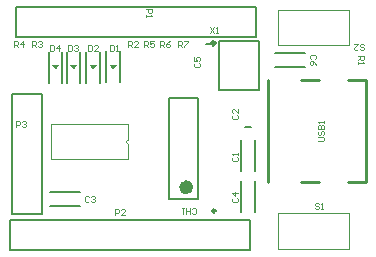
<source format=gto>
%FSLAX25Y25*%
%MOIN*%
G70*
G01*
G75*
G04 Layer_Color=65535*
%ADD10O,0.01575X0.05906*%
%ADD11R,0.01575X0.05906*%
%ADD12R,0.03937X0.04331*%
%ADD13R,0.03000X0.03000*%
%ADD14R,0.02756X0.03543*%
%ADD15R,0.07480X0.02362*%
%ADD16R,0.04528X0.01181*%
%ADD17R,0.04528X0.02362*%
%ADD18R,0.04724X0.03937*%
%ADD19R,0.04528X0.05512*%
%ADD20R,0.03000X0.03000*%
%ADD21R,0.04331X0.03937*%
%ADD22C,0.00600*%
%ADD23C,0.01000*%
%ADD24O,0.08263X0.03937*%
%ADD25O,0.07082X0.03937*%
%ADD26C,0.02559*%
%ADD27C,0.05906*%
%ADD28R,0.05906X0.05906*%
%ADD29R,0.05906X0.05906*%
%ADD30C,0.02000*%
%ADD31C,0.00394*%
%ADD32C,0.02362*%
%ADD33C,0.00984*%
%ADD34C,0.01181*%
%ADD35C,0.00787*%
%ADD36C,0.00197*%
%ADD37C,0.00800*%
%ADD38C,0.00100*%
%ADD39C,0.00300*%
G36*
X488343Y236050D02*
X487162Y237624D01*
X489524D01*
X488343Y236050D01*
D02*
G37*
G36*
X482343D02*
X481162Y237624D01*
X483524D01*
X482343Y236050D01*
D02*
G37*
G36*
X501543Y236250D02*
X500362Y237824D01*
X502724D01*
X501543Y236250D01*
D02*
G37*
G36*
X494943Y236050D02*
X493762Y237624D01*
X496124D01*
X494943Y236050D01*
D02*
G37*
D22*
X499232Y233809D02*
Y242287D01*
X503839Y233809D02*
Y242287D01*
X499232Y232051D02*
X499232Y233809D01*
X503839Y232051D02*
Y233809D01*
X492632Y233609D02*
Y242087D01*
X497239Y233609D02*
Y242087D01*
X492632Y231851D02*
X492632Y233609D01*
X497239Y231851D02*
Y233609D01*
X486032D02*
Y242087D01*
X490639Y233609D02*
Y242087D01*
X486032Y231851D02*
X486032Y233609D01*
X490639Y231851D02*
Y233609D01*
X480032D02*
Y242087D01*
X484639Y233609D02*
Y242087D01*
X480032Y231851D02*
X480032Y233609D01*
X484639Y231851D02*
Y233609D01*
X548903Y202381D02*
X548903Y210860D01*
X544297Y210860D02*
X544297Y202381D01*
X548903Y210860D02*
X548903Y212618D01*
X544297Y210860D02*
X544297Y212618D01*
X482140Y195503D02*
X490619Y195503D01*
X482140Y190897D02*
X490619Y190897D01*
X480382Y195503D02*
X482140Y195503D01*
X480382Y190897D02*
X482140Y190897D01*
X544297Y190540D02*
X544297Y199019D01*
X548903Y199019D02*
X548903Y190540D01*
X544297Y188782D02*
X544297Y190540D01*
X548903Y188782D02*
X548903Y190540D01*
X557140Y241703D02*
X565619Y241703D01*
X557140Y237097D02*
X565619Y237097D01*
X555382Y241703D02*
X557140Y241703D01*
X555382Y237097D02*
X557140Y237097D01*
D23*
X553300Y198600D02*
Y232600D01*
X564300Y198600D02*
X570300D01*
X579800Y232600D02*
X585800D01*
Y198600D02*
Y232600D01*
X579800Y198600D02*
X585800D01*
X564300Y232600D02*
X570300D01*
D31*
X506480Y212826D02*
G03*
X506480Y211546I0J-640D01*
G01*
X480889Y217953D02*
X506480D01*
X480889Y206418D02*
Y217953D01*
Y206418D02*
X506480D01*
X506480Y211546D01*
X506480Y212826D02*
X506480Y217953D01*
D32*
X527067Y197008D02*
G03*
X527067Y197008I-1181J0D01*
G01*
D33*
X535630Y189154D02*
G03*
X535630Y189154I-492J0D01*
G01*
D34*
X535529Y245080D02*
G03*
X535529Y245080I-591J0D01*
G01*
D35*
X545616Y217088D02*
X547584D01*
X532416Y244912D02*
X534384D01*
X520177Y226929D02*
X529823D01*
X520177Y193071D02*
X529823D01*
X520177D02*
Y226929D01*
X529823Y193071D02*
Y226929D01*
X469000Y257000D02*
X549000D01*
X469000Y247000D02*
Y257000D01*
Y247000D02*
X549000D01*
Y257000D01*
X467800Y228200D02*
X477800D01*
Y188200D02*
Y228200D01*
X467800Y188200D02*
Y228200D01*
Y188200D02*
X477800D01*
X467200Y186200D02*
X547200D01*
X467200Y176200D02*
Y186200D01*
Y176200D02*
X547200D01*
Y186200D01*
D36*
X556389Y188305D02*
X556389Y176495D01*
X556389Y188305D02*
X580011D01*
X580011Y176495D01*
X556389Y176495D02*
X580011Y176495D01*
X556389Y256105D02*
X580011Y256105D01*
X556389Y256105D02*
X556389Y244295D01*
X580011D01*
X580011Y256105D02*
X580011Y244295D01*
D37*
X536907Y229332D02*
Y245868D01*
X550293D01*
X536907Y229332D02*
X550293D01*
Y245868D01*
D38*
X541334Y220933D02*
X541001Y220600D01*
Y219933D01*
X541334Y219600D01*
X542667D01*
X543000Y219933D01*
Y220600D01*
X542667Y220933D01*
X543000Y222932D02*
Y221599D01*
X541667Y222932D01*
X541334D01*
X541001Y222599D01*
Y221933D01*
X541334Y221599D01*
X528734Y238333D02*
X528401Y238000D01*
Y237333D01*
X528734Y237000D01*
X530067D01*
X530400Y237333D01*
Y238000D01*
X530067Y238333D01*
X528401Y240332D02*
Y238999D01*
X529400D01*
X529067Y239666D01*
Y239999D01*
X529400Y240332D01*
X530067D01*
X530400Y239999D01*
Y239333D01*
X530067Y238999D01*
X541334Y207133D02*
X541001Y206800D01*
Y206133D01*
X541334Y205800D01*
X542667D01*
X543000Y206133D01*
Y206800D01*
X542667Y207133D01*
X543000Y207799D02*
Y208466D01*
Y208133D01*
X541001D01*
X541334Y207799D01*
X568666Y239867D02*
X568999Y240200D01*
Y240867D01*
X568666Y241200D01*
X567333D01*
X567000Y240867D01*
Y240200D01*
X567333Y239867D01*
X568999Y237868D02*
X568666Y238534D01*
X568000Y239201D01*
X567333D01*
X567000Y238867D01*
Y238201D01*
X567333Y237868D01*
X567666D01*
X568000Y238201D01*
Y239201D01*
X541334Y193333D02*
X541001Y193000D01*
Y192333D01*
X541334Y192000D01*
X542667D01*
X543000Y192333D01*
Y193000D01*
X542667Y193333D01*
X543000Y194999D02*
X541001D01*
X542000Y193999D01*
Y195332D01*
X493333Y193666D02*
X493000Y193999D01*
X492333D01*
X492000Y193666D01*
Y192333D01*
X492333Y192000D01*
X493000D01*
X493333Y192333D01*
X493999Y193666D02*
X494333Y193999D01*
X494999D01*
X495332Y193666D01*
Y193333D01*
X494999Y193000D01*
X494666D01*
X494999D01*
X495332Y192666D01*
Y192333D01*
X494999Y192000D01*
X494333D01*
X493999Y192333D01*
X527867Y188534D02*
X528200Y188201D01*
X528867D01*
X529200Y188534D01*
Y189867D01*
X528867Y190200D01*
X528200D01*
X527867Y189867D01*
X527201Y188201D02*
Y190200D01*
Y189200D01*
X525868D01*
Y188201D01*
Y190200D01*
X525201D02*
X524535D01*
X524868D01*
Y188201D01*
X525201Y188534D01*
X500400Y244399D02*
Y242400D01*
X501400D01*
X501733Y242733D01*
Y244066D01*
X501400Y244399D01*
X500400D01*
X502399Y242400D02*
X503066D01*
X502733D01*
Y244399D01*
X502399Y244066D01*
X493200Y244399D02*
Y242400D01*
X494200D01*
X494533Y242733D01*
Y244066D01*
X494200Y244399D01*
X493200D01*
X496532Y242400D02*
X495199D01*
X496532Y243733D01*
Y244066D01*
X496199Y244399D01*
X495533D01*
X495199Y244066D01*
X486600Y244399D02*
Y242400D01*
X487600D01*
X487933Y242733D01*
Y244066D01*
X487600Y244399D01*
X486600D01*
X488599Y244066D02*
X488933Y244399D01*
X489599D01*
X489932Y244066D01*
Y243733D01*
X489599Y243400D01*
X489266D01*
X489599D01*
X489932Y243066D01*
Y242733D01*
X489599Y242400D01*
X488933D01*
X488599Y242733D01*
X480600Y244399D02*
Y242400D01*
X481600D01*
X481933Y242733D01*
Y244066D01*
X481600Y244399D01*
X480600D01*
X483599Y242400D02*
Y244399D01*
X482599Y243400D01*
X483932D01*
X512350Y256350D02*
X514349D01*
Y255350D01*
X514016Y255017D01*
X513350D01*
X513016Y255350D01*
Y256350D01*
X512350Y254351D02*
Y253684D01*
Y254017D01*
X514349D01*
X514016Y254351D01*
X474600Y243600D02*
Y245599D01*
X475600D01*
X475933Y245266D01*
Y244600D01*
X475600Y244266D01*
X474600D01*
X475266D02*
X475933Y243600D01*
X476599Y245266D02*
X476933Y245599D01*
X477599D01*
X477932Y245266D01*
Y244933D01*
X477599Y244600D01*
X477266D01*
X477599D01*
X477932Y244266D01*
Y243933D01*
X477599Y243600D01*
X476933D01*
X476599Y243933D01*
X506400Y243600D02*
Y245599D01*
X507400D01*
X507733Y245266D01*
Y244600D01*
X507400Y244266D01*
X506400D01*
X507066D02*
X507733Y243600D01*
X509732D02*
X508399D01*
X509732Y244933D01*
Y245266D01*
X509399Y245599D01*
X508733D01*
X508399Y245266D01*
X511800Y243600D02*
Y245599D01*
X512800D01*
X513133Y245266D01*
Y244600D01*
X512800Y244266D01*
X511800D01*
X512466D02*
X513133Y243600D01*
X515132Y245599D02*
X513799D01*
Y244600D01*
X514466Y244933D01*
X514799D01*
X515132Y244600D01*
Y243933D01*
X514799Y243600D01*
X514133D01*
X513799Y243933D01*
X517200Y243600D02*
Y245599D01*
X518200D01*
X518533Y245266D01*
Y244600D01*
X518200Y244266D01*
X517200D01*
X517866D02*
X518533Y243600D01*
X520532Y245599D02*
X519866Y245266D01*
X519199Y244600D01*
Y243933D01*
X519533Y243600D01*
X520199D01*
X520532Y243933D01*
Y244266D01*
X520199Y244600D01*
X519199D01*
X523200Y243600D02*
Y245599D01*
X524200D01*
X524533Y245266D01*
Y244600D01*
X524200Y244266D01*
X523200D01*
X523866D02*
X524533Y243600D01*
X525199Y245599D02*
X526532D01*
Y245266D01*
X525199Y243933D01*
Y243600D01*
X569801Y212400D02*
X571467D01*
X571800Y212733D01*
Y213400D01*
X571467Y213733D01*
X569801D01*
X570134Y215732D02*
X569801Y215399D01*
Y214733D01*
X570134Y214399D01*
X570467D01*
X570800Y214733D01*
Y215399D01*
X571134Y215732D01*
X571467D01*
X571800Y215399D01*
Y214733D01*
X571467Y214399D01*
X569801Y216399D02*
X571800D01*
Y217398D01*
X571467Y217732D01*
X571134D01*
X570800Y217398D01*
Y216399D01*
Y217398D01*
X570467Y217732D01*
X570134D01*
X569801Y217398D01*
Y216399D01*
X571800Y218398D02*
Y219064D01*
Y218731D01*
X569801D01*
X570134Y218398D01*
X570133Y191266D02*
X569800Y191599D01*
X569133D01*
X568800Y191266D01*
Y190933D01*
X569133Y190600D01*
X569800D01*
X570133Y190267D01*
Y189933D01*
X569800Y189600D01*
X569133D01*
X568800Y189933D01*
X570799Y189600D02*
X571466D01*
X571133D01*
Y191599D01*
X570799Y191266D01*
X502200Y187800D02*
Y189799D01*
X503200D01*
X503533Y189466D01*
Y188800D01*
X503200Y188467D01*
X502200D01*
X505532Y187800D02*
X504199D01*
X505532Y189133D01*
Y189466D01*
X505199Y189799D01*
X504533D01*
X504199Y189466D01*
X469200Y217200D02*
Y219199D01*
X470200D01*
X470533Y218866D01*
Y218200D01*
X470200Y217866D01*
X469200D01*
X471199Y218866D02*
X471533Y219199D01*
X472199D01*
X472532Y218866D01*
Y218533D01*
X472199Y218200D01*
X471866D01*
X472199D01*
X472532Y217866D01*
Y217533D01*
X472199Y217200D01*
X471533D01*
X471199Y217533D01*
X583667Y243134D02*
X584000Y242801D01*
X584667D01*
X585000Y243134D01*
Y243467D01*
X584667Y243800D01*
X584000D01*
X583667Y244134D01*
Y244467D01*
X584000Y244800D01*
X584667D01*
X585000Y244467D01*
X581668Y244800D02*
X583001D01*
X581668Y243467D01*
Y243134D01*
X582001Y242801D01*
X582667D01*
X583001Y243134D01*
X533900Y250399D02*
X535233Y248400D01*
Y250399D02*
X533900Y248400D01*
X535899D02*
X536566D01*
X536233D01*
Y250399D01*
X535899Y250066D01*
X583200Y240600D02*
X585199D01*
Y239600D01*
X584866Y239267D01*
X584200D01*
X583866Y239600D01*
Y240600D01*
Y239934D02*
X583200Y239267D01*
Y238601D02*
Y237934D01*
Y238267D01*
X585199D01*
X584866Y238601D01*
D39*
X468600Y243600D02*
Y245599D01*
X469600D01*
X469933Y245266D01*
Y244600D01*
X469600Y244266D01*
X468600D01*
X469266D02*
X469933Y243600D01*
X471599D02*
Y245599D01*
X470599Y244600D01*
X471932D01*
M02*

</source>
